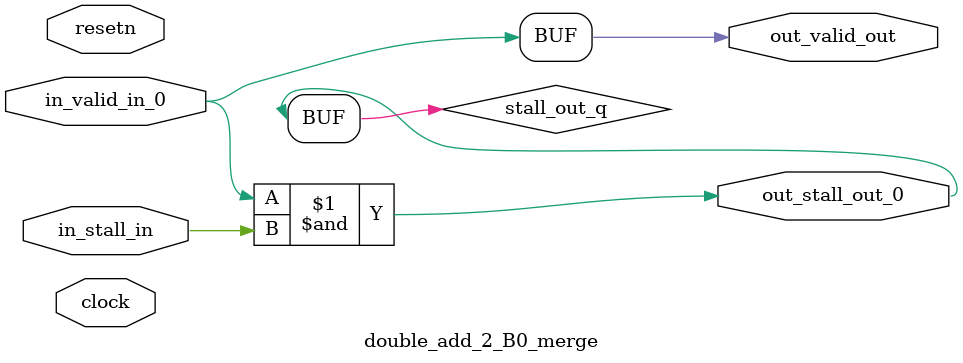
<source format=sv>



(* altera_attribute = "-name AUTO_SHIFT_REGISTER_RECOGNITION OFF; -name MESSAGE_DISABLE 10036; -name MESSAGE_DISABLE 10037; -name MESSAGE_DISABLE 14130; -name MESSAGE_DISABLE 14320; -name MESSAGE_DISABLE 15400; -name MESSAGE_DISABLE 14130; -name MESSAGE_DISABLE 10036; -name MESSAGE_DISABLE 12020; -name MESSAGE_DISABLE 12030; -name MESSAGE_DISABLE 12010; -name MESSAGE_DISABLE 12110; -name MESSAGE_DISABLE 14320; -name MESSAGE_DISABLE 13410; -name MESSAGE_DISABLE 113007; -name MESSAGE_DISABLE 10958" *)
module double_add_2_B0_merge (
    input wire [0:0] in_stall_in,
    input wire [0:0] in_valid_in_0,
    output wire [0:0] out_stall_out_0,
    output wire [0:0] out_valid_out,
    input wire clock,
    input wire resetn
    );

    wire [0:0] stall_out_q;


    // stall_out(LOGICAL,6)
    assign stall_out_q = in_valid_in_0 & in_stall_in;

    // out_stall_out_0(GPOUT,4)
    assign out_stall_out_0 = stall_out_q;

    // out_valid_out(GPOUT,5)
    assign out_valid_out = in_valid_in_0;

endmodule

</source>
